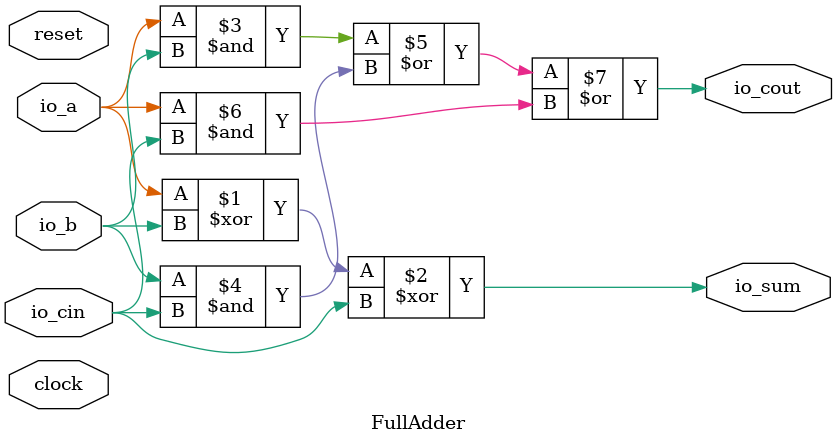
<source format=v>
module FullAdder(
  input   clock,
  input   reset,
  input   io_a, // @[src/main/scala/dadda_tree_mult.scala 6:14]
  input   io_b, // @[src/main/scala/dadda_tree_mult.scala 6:14]
  input   io_cin, // @[src/main/scala/dadda_tree_mult.scala 6:14]
  output  io_sum, // @[src/main/scala/dadda_tree_mult.scala 6:14]
  output  io_cout // @[src/main/scala/dadda_tree_mult.scala 6:14]
);
  assign io_sum = io_a ^ io_b ^ io_cin; // @[src/main/scala/dadda_tree_mult.scala 14:25]
  assign io_cout = io_a & io_b | io_b & io_cin | io_a & io_cin; // @[src/main/scala/dadda_tree_mult.scala 15:46]
endmodule

</source>
